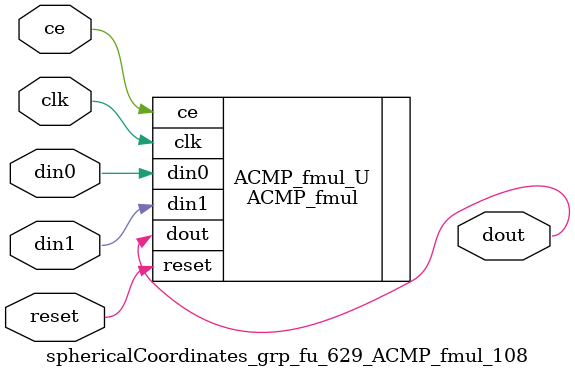
<source format=v>

`timescale 1 ns / 1 ps
module sphericalCoordinates_grp_fu_629_ACMP_fmul_108(
    clk,
    reset,
    ce,
    din0,
    din1,
    dout);

parameter ID = 32'd1;
parameter NUM_STAGE = 32'd1;
parameter din0_WIDTH = 32'd1;
parameter din1_WIDTH = 32'd1;
parameter dout_WIDTH = 32'd1;
input clk;
input reset;
input ce;
input[din0_WIDTH - 1:0] din0;
input[din1_WIDTH - 1:0] din1;
output[dout_WIDTH - 1:0] dout;



ACMP_fmul #(
.ID( ID ),
.NUM_STAGE( 4 ),
.din0_WIDTH( din0_WIDTH ),
.din1_WIDTH( din1_WIDTH ),
.dout_WIDTH( dout_WIDTH ))
ACMP_fmul_U(
    .clk( clk ),
    .reset( reset ),
    .ce( ce ),
    .din0( din0 ),
    .din1( din1 ),
    .dout( dout ));

endmodule

</source>
